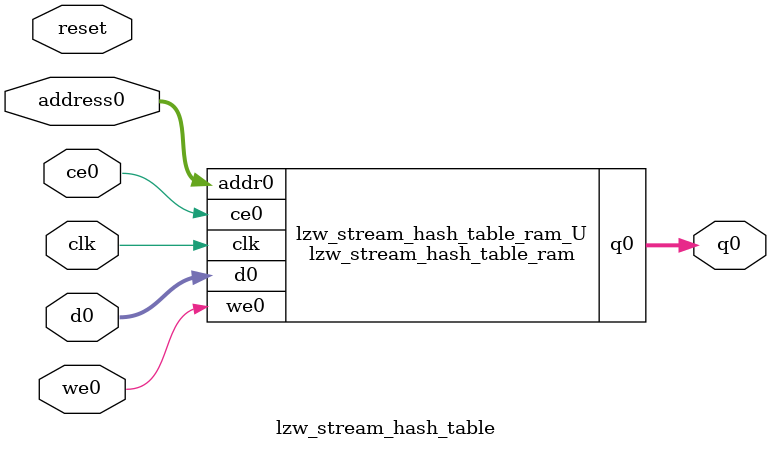
<source format=v>
`timescale 1 ns / 1 ps
module lzw_stream_hash_table_ram (addr0, ce0, d0, we0, q0,  clk);

parameter DWIDTH = 33;
parameter AWIDTH = 15;
parameter MEM_SIZE = 32768;

input[AWIDTH-1:0] addr0;
input ce0;
input[DWIDTH-1:0] d0;
input we0;
output reg[DWIDTH-1:0] q0;
input clk;

reg [DWIDTH-1:0] ram[0:MEM_SIZE-1];




always @(posedge clk)  
begin 
    if (ce0) begin
        if (we0) 
            ram[addr0] <= d0; 
        q0 <= ram[addr0];
    end
end


endmodule

`timescale 1 ns / 1 ps
module lzw_stream_hash_table(
    reset,
    clk,
    address0,
    ce0,
    we0,
    d0,
    q0);

parameter DataWidth = 32'd33;
parameter AddressRange = 32'd32768;
parameter AddressWidth = 32'd15;
input reset;
input clk;
input[AddressWidth - 1:0] address0;
input ce0;
input we0;
input[DataWidth - 1:0] d0;
output[DataWidth - 1:0] q0;



lzw_stream_hash_table_ram lzw_stream_hash_table_ram_U(
    .clk( clk ),
    .addr0( address0 ),
    .ce0( ce0 ),
    .we0( we0 ),
    .d0( d0 ),
    .q0( q0 ));

endmodule


</source>
